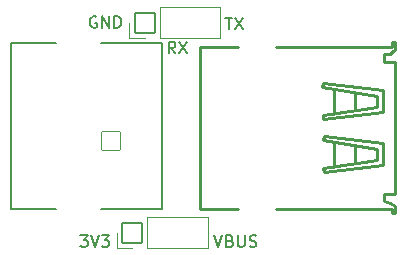
<source format=gto>
%TF.GenerationSoftware,KiCad,Pcbnew,6.0.11-2627ca5db0~126~ubuntu22.04.1*%
%TF.CreationDate,2023-02-26T23:23:44+01:00*%
%TF.ProjectId,pmod,706d6f64-2e6b-4696-9361-645f70636258,0.7*%
%TF.SameCoordinates,Original*%
%TF.FileFunction,Legend,Top*%
%TF.FilePolarity,Positive*%
%FSLAX46Y46*%
G04 Gerber Fmt 4.6, Leading zero omitted, Abs format (unit mm)*
G04 Created by KiCad (PCBNEW 6.0.11-2627ca5db0~126~ubuntu22.04.1) date 2023-02-26 23:23:44*
%MOMM*%
%LPD*%
G01*
G04 APERTURE LIST*
G04 Aperture macros list*
%AMRoundRect*
0 Rectangle with rounded corners*
0 $1 Rounding radius*
0 $2 $3 $4 $5 $6 $7 $8 $9 X,Y pos of 4 corners*
0 Add a 4 corners polygon primitive as box body*
4,1,4,$2,$3,$4,$5,$6,$7,$8,$9,$2,$3,0*
0 Add four circle primitives for the rounded corners*
1,1,$1+$1,$2,$3*
1,1,$1+$1,$4,$5*
1,1,$1+$1,$6,$7*
1,1,$1+$1,$8,$9*
0 Add four rect primitives between the rounded corners*
20,1,$1+$1,$2,$3,$4,$5,0*
20,1,$1+$1,$4,$5,$6,$7,0*
20,1,$1+$1,$6,$7,$8,$9,0*
20,1,$1+$1,$8,$9,$2,$3,0*%
G04 Aperture macros list end*
%ADD10C,0.150000*%
%ADD11C,0.203200*%
%ADD12C,0.254000*%
%ADD13C,0.120000*%
%ADD14RoundRect,0.050800X0.787400X-0.787400X0.787400X0.787400X-0.787400X0.787400X-0.787400X-0.787400X0*%
%ADD15C,1.676400*%
%ADD16C,2.946400*%
%ADD17C,1.400000*%
%ADD18C,2.900000*%
%ADD19RoundRect,0.050000X0.850000X-0.850000X0.850000X0.850000X-0.850000X0.850000X-0.850000X-0.850000X0*%
%ADD20O,1.800000X1.800000*%
G04 APERTURE END LIST*
D10*
X154744095Y-65804380D02*
X155315523Y-65804380D01*
X155029809Y-66804380D02*
X155029809Y-65804380D01*
X155553619Y-65804380D02*
X156220285Y-66804380D01*
X156220285Y-65804380D02*
X155553619Y-66804380D01*
X143822095Y-65725000D02*
X143726857Y-65677380D01*
X143584000Y-65677380D01*
X143441142Y-65725000D01*
X143345904Y-65820238D01*
X143298285Y-65915476D01*
X143250666Y-66105952D01*
X143250666Y-66248809D01*
X143298285Y-66439285D01*
X143345904Y-66534523D01*
X143441142Y-66629761D01*
X143584000Y-66677380D01*
X143679238Y-66677380D01*
X143822095Y-66629761D01*
X143869714Y-66582142D01*
X143869714Y-66248809D01*
X143679238Y-66248809D01*
X144298285Y-66677380D02*
X144298285Y-65677380D01*
X144869714Y-66677380D01*
X144869714Y-65677380D01*
X145345904Y-66677380D02*
X145345904Y-65677380D01*
X145584000Y-65677380D01*
X145726857Y-65725000D01*
X145822095Y-65820238D01*
X145869714Y-65915476D01*
X145917333Y-66105952D01*
X145917333Y-66248809D01*
X145869714Y-66439285D01*
X145822095Y-66534523D01*
X145726857Y-66629761D01*
X145584000Y-66677380D01*
X145345904Y-66677380D01*
X153799666Y-84219380D02*
X154133000Y-85219380D01*
X154466333Y-84219380D01*
X155133000Y-84695571D02*
X155275857Y-84743190D01*
X155323476Y-84790809D01*
X155371095Y-84886047D01*
X155371095Y-85028904D01*
X155323476Y-85124142D01*
X155275857Y-85171761D01*
X155180619Y-85219380D01*
X154799666Y-85219380D01*
X154799666Y-84219380D01*
X155133000Y-84219380D01*
X155228238Y-84267000D01*
X155275857Y-84314619D01*
X155323476Y-84409857D01*
X155323476Y-84505095D01*
X155275857Y-84600333D01*
X155228238Y-84647952D01*
X155133000Y-84695571D01*
X154799666Y-84695571D01*
X155799666Y-84219380D02*
X155799666Y-85028904D01*
X155847285Y-85124142D01*
X155894904Y-85171761D01*
X155990142Y-85219380D01*
X156180619Y-85219380D01*
X156275857Y-85171761D01*
X156323476Y-85124142D01*
X156371095Y-85028904D01*
X156371095Y-84219380D01*
X156799666Y-85171761D02*
X156942523Y-85219380D01*
X157180619Y-85219380D01*
X157275857Y-85171761D01*
X157323476Y-85124142D01*
X157371095Y-85028904D01*
X157371095Y-84933666D01*
X157323476Y-84838428D01*
X157275857Y-84790809D01*
X157180619Y-84743190D01*
X156990142Y-84695571D01*
X156894904Y-84647952D01*
X156847285Y-84600333D01*
X156799666Y-84505095D01*
X156799666Y-84409857D01*
X156847285Y-84314619D01*
X156894904Y-84267000D01*
X156990142Y-84219380D01*
X157228238Y-84219380D01*
X157371095Y-84267000D01*
X142456904Y-84219380D02*
X143075952Y-84219380D01*
X142742619Y-84600333D01*
X142885476Y-84600333D01*
X142980714Y-84647952D01*
X143028333Y-84695571D01*
X143075952Y-84790809D01*
X143075952Y-85028904D01*
X143028333Y-85124142D01*
X142980714Y-85171761D01*
X142885476Y-85219380D01*
X142599761Y-85219380D01*
X142504523Y-85171761D01*
X142456904Y-85124142D01*
X143361666Y-84219380D02*
X143695000Y-85219380D01*
X144028333Y-84219380D01*
X144266428Y-84219380D02*
X144885476Y-84219380D01*
X144552142Y-84600333D01*
X144695000Y-84600333D01*
X144790238Y-84647952D01*
X144837857Y-84695571D01*
X144885476Y-84790809D01*
X144885476Y-85028904D01*
X144837857Y-85124142D01*
X144790238Y-85171761D01*
X144695000Y-85219380D01*
X144409285Y-85219380D01*
X144314047Y-85171761D01*
X144266428Y-85124142D01*
X150513333Y-68836380D02*
X150180000Y-68360190D01*
X149941904Y-68836380D02*
X149941904Y-67836380D01*
X150322857Y-67836380D01*
X150418095Y-67884000D01*
X150465714Y-67931619D01*
X150513333Y-68026857D01*
X150513333Y-68169714D01*
X150465714Y-68264952D01*
X150418095Y-68312571D01*
X150322857Y-68360190D01*
X149941904Y-68360190D01*
X150846666Y-67836380D02*
X151513333Y-68836380D01*
X151513333Y-67836380D02*
X150846666Y-68836380D01*
D11*
%TO.C,J3*%
X149410000Y-82023800D02*
X144203000Y-82023800D01*
X149410000Y-82023800D02*
X144203000Y-82023800D01*
X140393000Y-67952200D02*
X136583000Y-67952200D01*
X140393000Y-82023800D02*
X136583000Y-82023800D01*
X136583000Y-82023800D02*
X136583000Y-67952200D01*
X140393000Y-67952200D02*
X136583000Y-67952200D01*
X149410000Y-82023800D02*
X149410000Y-67952200D01*
X149410000Y-82023800D02*
X149410000Y-67952200D01*
X136583000Y-82023800D02*
X136583000Y-67952200D01*
X149410000Y-67952200D02*
X144203000Y-67952200D01*
X149410000Y-67952200D02*
X144203000Y-67952200D01*
X140393000Y-82023800D02*
X136583000Y-82023800D01*
D12*
%TO.C,J2*%
X168070000Y-71954000D02*
X168070000Y-73808000D01*
X163049000Y-78527000D02*
X163074000Y-78860000D01*
X168714000Y-81465000D02*
X168206000Y-81339000D01*
X162965000Y-71675000D02*
X163016000Y-71370000D01*
X167613000Y-77872000D02*
X163049000Y-78527000D01*
X158988000Y-81974000D02*
X168841000Y-81974000D01*
X163066000Y-75840000D02*
X163016000Y-76145000D01*
X163981000Y-78431000D02*
X163981000Y-76348000D01*
X168206000Y-80704000D02*
X168968000Y-80704000D01*
X163016000Y-76145000D02*
X167613000Y-76932000D01*
X168968000Y-68639000D02*
X169095000Y-68512000D01*
X168841000Y-67877000D02*
X168841000Y-68258000D01*
X163016000Y-71370000D02*
X168070000Y-71954000D01*
X167562000Y-73402000D02*
X167562000Y-72462000D01*
X168121000Y-76424000D02*
X163066000Y-75840000D01*
X163930000Y-73961000D02*
X163930000Y-71878000D01*
X168206000Y-81339000D02*
X168206000Y-80704000D01*
X169095000Y-69528000D02*
X168206000Y-69528000D01*
X165683000Y-73630000D02*
X165683000Y-72183000D01*
X168070000Y-73808000D02*
X163023000Y-74390000D01*
X168968000Y-80704000D02*
X169095000Y-80704000D01*
X155777000Y-68257000D02*
X152585000Y-68257000D01*
X168841000Y-81974000D02*
X168841000Y-82355000D01*
X168206000Y-69528000D02*
X168206000Y-68893000D01*
X168121000Y-78279000D02*
X168121000Y-76424000D01*
X162998000Y-74057000D02*
X167562000Y-73402000D01*
X152585000Y-68257000D02*
X152585000Y-81973000D01*
X169095000Y-80704000D02*
X169095000Y-69528000D01*
X168841000Y-68258000D02*
X168714000Y-68258000D01*
X152585000Y-81973000D02*
X155777000Y-81973000D01*
X169095000Y-68512000D02*
X169095000Y-67877000D01*
X168714000Y-68893000D02*
X168968000Y-68639000D01*
X163074000Y-78860000D02*
X168121000Y-78279000D01*
X167562000Y-72462000D02*
X162965000Y-71675000D01*
X169095000Y-67877000D02*
X168841000Y-67877000D01*
X169095000Y-82355000D02*
X169095000Y-81720000D01*
X163023000Y-74390000D02*
X162998000Y-74057000D01*
X165733000Y-78101000D02*
X165733000Y-76653000D01*
X168841000Y-82355000D02*
X169095000Y-82355000D01*
X168714000Y-68257000D02*
X158988000Y-68257000D01*
X167613000Y-76932000D02*
X167613000Y-77872000D01*
X169095000Y-81720000D02*
X168714000Y-81465000D01*
X168206000Y-68893000D02*
X168714000Y-68893000D01*
D13*
%TO.C,JP1*%
X145540000Y-85335000D02*
X145540000Y-84005000D01*
X148140000Y-85335000D02*
X148140000Y-82675000D01*
X148140000Y-82675000D02*
X153280000Y-82675000D01*
X153280000Y-85335000D02*
X153280000Y-82675000D01*
X148140000Y-85335000D02*
X153280000Y-85335000D01*
X146870000Y-85335000D02*
X145540000Y-85335000D01*
%TO.C,J4*%
X147901000Y-67555000D02*
X146571000Y-67555000D01*
X146571000Y-67555000D02*
X146571000Y-66225000D01*
X149171000Y-67555000D02*
X149171000Y-64895000D01*
X154311000Y-67555000D02*
X154311000Y-64895000D01*
X149171000Y-64895000D02*
X154311000Y-64895000D01*
X149171000Y-67555000D02*
X154311000Y-67555000D01*
%TD*%
%LPC*%
D14*
%TO.C,J3*%
X145092000Y-76258000D03*
D15*
X145092000Y-73667200D03*
X145092000Y-78315400D03*
X145092000Y-71609800D03*
X147581200Y-78315400D03*
X147581200Y-71609800D03*
D16*
X142094800Y-81719000D03*
X141282000Y-74962600D03*
X142094800Y-68206200D03*
%TD*%
D17*
%TO.C,J2*%
X155383000Y-78615000D03*
X155383000Y-76115000D03*
X155383000Y-74115000D03*
X155383000Y-71615000D03*
X153883000Y-71115000D03*
X153883000Y-73115000D03*
X153883000Y-75115000D03*
X153883000Y-77115000D03*
X153883000Y-79115000D03*
D18*
X157383000Y-81685000D03*
X157383000Y-68545000D03*
%TD*%
D19*
%TO.C,JP1*%
X146870000Y-84005000D03*
D20*
X149410000Y-84005000D03*
X151950000Y-84005000D03*
%TD*%
D19*
%TO.C,J4*%
X147901000Y-66225000D03*
D20*
X150441000Y-66225000D03*
X152981000Y-66225000D03*
%TD*%
M02*

</source>
